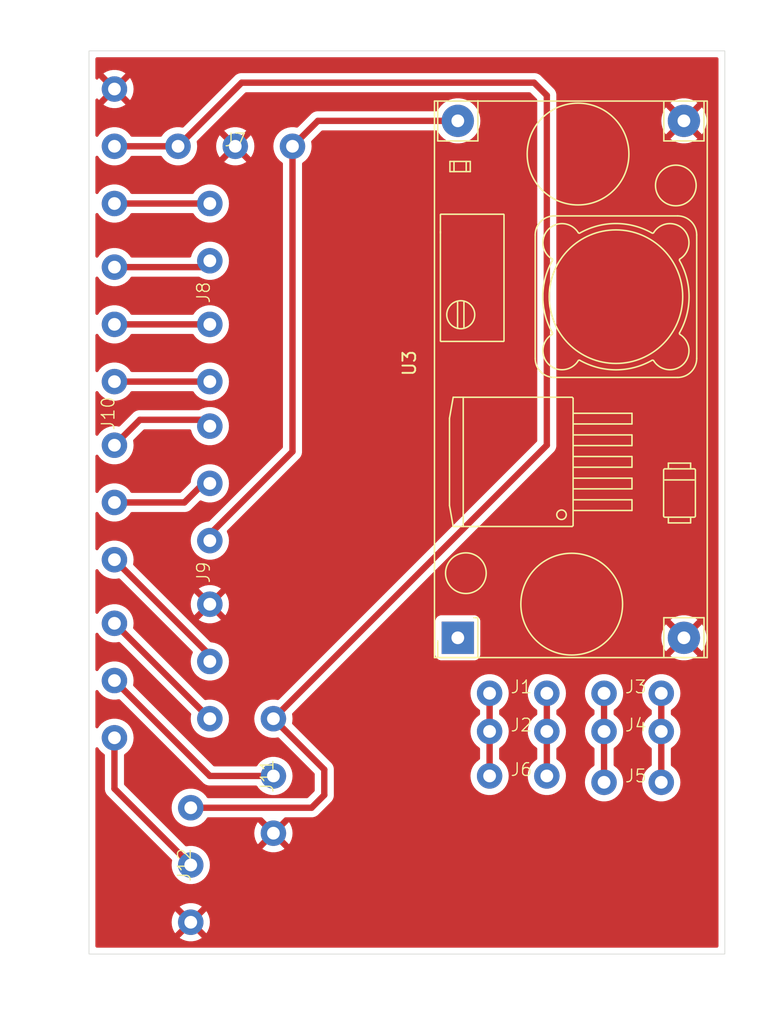
<source format=kicad_pcb>
(kicad_pcb (version 20240108) (generator "pcbnew") (generator_version "8.0")
  (layers (0 "F.Cu" signal) (31 "B.Cu" signal) (34 "B.Paste" user) (35 "F.Paste" user) (36 "B.SilkS" user "B.Silkscreen") (37 "F.SilkS" user "F.Silkscreen") (38 "B.Mask" user) (39 "F.Mask" user) (44 "Edge.Cuts" user))
  (net 0 "")
  (net 1 "Net-(J1-Pin_1)")
  (net 2 "Net-(J1-Pin_2)")
  (net 3 "Net-(J3-Pin_2)")
  (net 4 "Net-(J3-Pin_1)")
  (net 5 "+6.5V")
  (net 6 "+5V")
  (net 7 "GND")
  (net 8 "IN4")
  (net 9 "IN2")
  (net 10 "IN1")
  (net 11 "IN3")
  (net 12 "BB")
  (net 13 "AA")
  (net 14 "AB")
  (net 15 "BA")
  (net 16 "LED1")
  (net 17 "LED2")
  (net 18 "VCC")
  (footprint "JST:JST 1x3" (layer "F.Cu") (at 26.5 68 90)
    (property "Reference" "J11" (at 0 -0.5 90) (layer "F.SilkS") (effects (font (thickness 0.1))))
    (property "Value" "Conn_01x03")
    (pad "1" thru_hole circle (at -4.5 0 90) (size 2 2) (drill 1) (layers "*.Cu" "*.Mask") (net 7 "GND"))
    (pad "2" thru_hole circle (at 0 0 90) (size 2 2) (drill 1) (layers "*.Cu" "*.Mask" "Eco1.User") (net 16 "LED1"))
    (pad "3" thru_hole circle (at 4.5 0 90) (size 2 2) (drill 1) (layers "*.Cu" "*.Mask") (net 6 "+5V"))
  )
  (footprint "JST:JST 1x4" (layer "F.Cu") (at 21.5 30 90)
    (property "Reference" "J8" (at 0 -0.5 90) (layer "F.SilkS") (effects (font (thickness 0.1))))
    (property "Value" "Conn_01x04")
    (pad "1" thru_hole circle (at -7 0 90) (size 2 2) (drill 1) (layers "*.Cu" "*.Mask") (net 8 "IN4"))
    (pad "2" thru_hole circle (at -2.5 0 90) (size 2 2) (drill 1) (layers "*.Cu" "*.Mask") (net 11 "IN3"))
    (pad "3" thru_hole circle (at 2.5 0 90) (size 2 2) (drill 1) (layers "*.Cu" "*.Mask") (net 9 "IN2"))
    (pad "4" thru_hole circle (at 7 0 90) (size 2 2) (drill 1) (layers "*.Cu" "*.Mask") (net 10 "IN1"))
  )
  (footprint "JST:JST 1x2" (layer "F.Cu") (at 46 61.5)
    (property "Reference" "J1" (at 0 -0.5 0) (layer "F.SilkS") (effects (font (thickness 0.1))))
    (property "Value" "L1")
    (pad "1" thru_hole circle (at -2.5 0) (size 2 2) (drill 1) (layers "*.Cu" "*.Mask") (net 1 "Net-(J1-Pin_1)"))
    (pad "2" thru_hole circle (at 2 0) (size 2 2) (drill 1) (layers "*.Cu" "*.Mask") (net 2 "Net-(J1-Pin_2)"))
  )
  (footprint "lm2596:YAAJ_DCDC_StepDown_LM2596" (layer "F.Cu") (at 41 57.14 90)
    (property "Reference" "U3" (at 21.59 -3.81 90) (layer "F.SilkS"))
    (property "Value" "YAAJ_DCDC_StepDown_LM2596")
    (fp_line (start 42.195 -1.835) (end -1.555 -1.835) (stroke (width 0.12)) (layer "F.SilkS"))
    (fp_line (start -1.555 -1.835) (end -1.555 19.615) (stroke (width 0.12)) (layer "F.SilkS"))
    (fp_line (start 39.06 -1.58) (end 42.175 -1.58) (stroke (width 0.12)) (layer "F.SilkS"))
    (fp_line (start -1.55 -1.58) (end -0.25 -1.58) (stroke (width 0.12)) (layer "F.SilkS"))
    (fp_line (start 31.942312 -1.368705) (end 31.908357 -1.368705) (stroke (width 0.12)) (layer "F.SilkS"))
    (fp_line (start 31.858978 -1.368705) (end 31.814106 -1.368705) (stroke (width 0.12)) (layer "F.SilkS"))
    (fp_line (start 23.349783 -1.367705) (end 33.249783 -1.367705) (stroke (width 0.12)) (layer "F.SilkS"))
    (fp_line (start 33.299783 -1.317705) (end 33.299783 3.582294) (stroke (width 0.12)) (layer "F.SilkS"))
    (fp_line (start 17.260233 -0.653329) (end 18.910233 -0.36239) (stroke (width 0.12)) (layer "F.SilkS"))
    (fp_line (start 10.400233 -0.653329) (end 17.260233 -0.653329) (stroke (width 0.12)) (layer "F.SilkS"))
    (fp_line (start 37.448681 -0.619704) (end 36.648681 -0.619704) (stroke (width 0.12)) (layer "F.SilkS"))
    (fp_line (start 37.448681 -0.619704) (end 37.448681 0.980295) (stroke (width 0.12)) (layer "F.SilkS"))
    (fp_line (start 8.750233 -0.36239) (end 10.400233 -0.653329) (stroke (width 0.12)) (layer "F.SilkS"))
    (fp_line (start 36.648681 -0.299704) (end 37.448681 -0.299704) (stroke (width 0.12)) (layer "F.SilkS"))
    (fp_line (start 24.336385 -0.0491) (end 24.360553 -0.017705) (stroke (width 0.12)) (layer "F.SilkS"))
    (fp_line (start 26.439014 -0.017705) (end 24.360553 -0.017705) (stroke (width 0.12)) (layer "F.SilkS"))
    (fp_line (start 24.348594 0.007294) (end 24.355764 -0.023925) (stroke (width 0.12)) (layer "F.SilkS"))
    (fp_line (start 24.348594 0.007294) (end 24.360553 -0.017705) (stroke (width 0.12)) (layer "F.SilkS"))
    (fp_line (start 24.348594 0.007294) (end 24.324147 0.002062) (stroke (width 0.12)) (layer "F.SilkS"))
    (fp_line (start 18.910233 0.42667) (end 8.750233 0.42667) (stroke (width 0.12)) (layer "F.SilkS"))
    (fp_line (start 24.360553 0.482294) (end 26.439014 0.482294) (stroke (width 0.12)) (layer "F.SilkS"))
    (fp_line (start 37.448681 0.660295) (end 36.648681 0.660295) (stroke (width 0.12)) (layer "F.SilkS"))
    (fp_line (start 37.448681 0.980295) (end 36.648681 0.980295) (stroke (width 0.12)) (layer "F.SilkS"))
    (fp_line (start 36.648681 0.980295) (end 36.648681 -0.619704) (stroke (width 0.12)) (layer "F.SilkS"))
    (fp_line (start 8.749233 1.004149) (end 8.749233 1.165687) (stroke (width 0.12)) (layer "F.SilkS"))
    (fp_line (start 1.58 1.27) (end 1.58 1.58) (stroke (width 0.12)) (layer "F.SilkS"))
    (fp_line (start -1.55 1.575) (end 1.58 1.58) (stroke (width 0.12)) (layer "F.SilkS"))
    (fp_line (start 39.06 1.58) (end 39.06 -1.58) (stroke (width 0.12)) (layer "F.SilkS"))
    (fp_line (start 39.06 1.58) (end 42.22 1.58) (stroke (width 0.12)) (layer "F.SilkS"))
    (fp_line (start 23.299783 3.582294) (end 23.299783 -1.317705) (stroke (width 0.12)) (layer "F.SilkS"))
    (fp_line (start 33.249783 3.632294) (end 23.349783 3.632294) (stroke (width 0.12)) (layer "F.SilkS"))
    (fp_line (start 31.667397 6.085796) (end 21.967397 6.085796) (stroke (width 0.12)) (layer "F.SilkS"))
    (fp_line (start 20.467397 7.585796) (end 20.467397 17.285796) (stroke (width 0.12)) (layer "F.SilkS"))
    (fp_line (start 18.910233 8.989106) (end 18.910233 -0.36239) (stroke (width 0.12)) (layer "F.SilkS"))
    (fp_line (start 8.750233 8.989106) (end 8.750233 -0.36239) (stroke (width 0.12)) (layer "F.SilkS"))
    (fp_line (start 8.750233 8.989106) (end 8.827797 9.06667) (stroke (width 0.12)) (layer "F.SilkS"))
    (fp_line (start 18.83267 9.06667) (end 18.910233 8.989106) (stroke (width 0.12)) (layer "F.SilkS"))
    (fp_line (start 8.827797 9.06667) (end 18.83267 9.06667) (stroke (width 0.12)) (layer "F.SilkS"))
    (fp_line (start 17.650233 13.69667) (end 17.650233 9.06667) (stroke (width 0.12)) (layer "F.SilkS"))
    (fp_line (start 16.810233 13.69667) (end 16.810233 9.06667) (stroke (width 0.12)) (layer "F.SilkS"))
    (fp_line (start 16.810233 13.69667) (end 17.650233 13.69667) (stroke (width 0.12)) (layer "F.SilkS"))
    (fp_line (start 15.950233 13.69667) (end 15.950233 9.06667) (stroke (width 0.12)) (layer "F.SilkS"))
    (fp_line (start 15.110233 13.69667) (end 15.110233 9.06667) (stroke (width 0.12)) (layer "F.SilkS"))
    (fp_line (start 15.110233 13.69667) (end 15.950233 13.69667) (stroke (width 0.12)) (layer "F.SilkS"))
    (fp_line (start 14.250233 13.69667) (end 14.250233 9.06667) (stroke (width 0.12)) (layer "F.SilkS"))
    (fp_line (start 13.410233 13.69667) (end 13.410233 9.06667) (stroke (width 0.12)) (layer "F.SilkS"))
    (fp_line (start 13.410233 13.69667) (end 14.250233 13.69667) (stroke (width 0.12)) (layer "F.SilkS"))
    (fp_line (start 12.550233 13.69667) (end 12.550233 9.06667) (stroke (width 0.12)) (layer "F.SilkS"))
    (fp_line (start 11.710233 13.69667) (end 11.710233 9.06667) (stroke (width 0.12)) (layer "F.SilkS"))
    (fp_line (start 11.710233 13.69667) (end 12.550233 13.69667) (stroke (width 0.12)) (layer "F.SilkS"))
    (fp_line (start 10.850233 13.69667) (end 10.850233 9.06667) (stroke (width 0.12)) (layer "F.SilkS"))
    (fp_line (start 10.010233 13.69667) (end 10.010233 9.06667) (stroke (width 0.12)) (layer "F.SilkS"))
    (fp_line (start 10.010233 13.69667) (end 10.850233 13.69667) (stroke (width 0.12)) (layer "F.SilkS"))
    (fp_line (start 9.581636 16.183217) (end 13.181636 16.183217) (stroke (width 0.12)) (layer "F.SilkS"))
    (fp_line (start 39.06 16.2) (end 42.175 16.2) (stroke (width 0.12)) (layer "F.SilkS"))
    (fp_line (start 1.58 16.2) (end 1.58 19.36) (stroke (width 0.12)) (layer "F.SilkS"))
    (fp_line (start -1.55 16.2) (end 1.58 16.2) (stroke (width 0.12)) (layer "F.SilkS"))
    (fp_line (start 13.281636 16.283217) (end 13.281636 18.583217) (stroke (width 0.12)) (layer "F.SilkS"))
    (fp_line (start 12.411358 16.283217) (end 12.411358 18.583217) (stroke (width 0.12)) (layer "F.SilkS"))
    (fp_line (start 13.731636 16.558217) (end 13.731636 18.308217) (stroke (width 0.12)) (layer "F.SilkS"))
    (fp_line (start 13.281636 16.558217) (end 13.731636 16.558217) (stroke (width 0.12)) (layer "F.SilkS"))
    (fp_line (start 9.031636 16.558217) (end 9.481636 16.558217) (stroke (width 0.12)) (layer "F.SilkS"))
    (fp_line (start 13.282636 16.794696) (end 13.282636 16.700144) (stroke (width 0.12)) (layer "F.SilkS"))
    (fp_line (start 33.167397 17.285796) (end 33.167397 7.585796) (stroke (width 0.12)) (layer "F.SilkS"))
    (fp_line (start 13.731636 18.308217) (end 13.281636 18.308217) (stroke (width 0.12)) (layer "F.SilkS"))
    (fp_line (start 9.481636 18.308217) (end 9.031636 18.308217) (stroke (width 0.12)) (layer "F.SilkS"))
    (fp_line (start 9.031636 18.308217) (end 9.031636 16.558217) (stroke (width 0.12)) (layer "F.SilkS"))
    (fp_line (start 9.481636 18.583217) (end 9.481636 16.283217) (stroke (width 0.12)) (layer "F.SilkS"))
    (fp_line (start 13.181636 18.683217) (end 9.581636 18.683217) (stroke (width 0.12)) (layer "F.SilkS"))
    (fp_line (start 21.967397 18.785796) (end 31.667397 18.785796) (stroke (width 0.12)) (layer "F.SilkS"))
    (fp_line (start 39.06 19.36) (end 39.06 16.2) (stroke (width 0.12)) (layer "F.SilkS"))
    (fp_line (start 39.06 19.36) (end 42.175 19.36) (stroke (width 0.12)) (layer "F.SilkS"))
    (fp_line (start -1.55 19.36) (end 1.58 19.36) (stroke (width 0.12)) (layer "F.SilkS"))
    (fp_line (start 42.195 19.615) (end 42.195 -1.835) (stroke (width 0.12)) (layer "F.SilkS"))
    (fp_line (start -1.555 19.615) (end 42.195 19.615) (stroke (width 0.12)) (layer "F.SilkS"))
    (fp_arc (start 33.249783 -1.367705) (mid 33.285151 -1.353067) (end 33.299783 -1.317705) (stroke (width 0.12)) (layer "F.SilkS"))
    (fp_arc (start 23.299783 -1.317705) (mid 23.314428 -1.353063) (end 23.349783 -1.367705) (stroke (width 0.12)) (layer "F.SilkS"))
    (fp_arc (start 24.324148 0.462527) (mid 26.469639 -0.023582) (end 24.336385 0.51369) (stroke (width 0.12)) (layer "F.SilkS"))
    (fp_arc (start 33.299783 3.582294) (mid 33.285139 3.617647) (end 33.249783 3.632294) (stroke (width 0.12)) (layer "F.SilkS"))
    (fp_arc (start 23.349783 3.632294) (mid 23.314441 3.617643) (end 23.299783 3.582294) (stroke (width 0.12)) (layer "F.SilkS"))
    (fp_arc (start 31.667397 6.085796) (mid 32.728061 6.525135) (end 33.167397 7.585796) (stroke (width 0.12)) (layer "F.SilkS"))
    (fp_arc (start 29.787183 7.399531) (mid 29.726945 7.443551) (end 29.653011 7.433617) (stroke (width 0.12)) (layer "F.SilkS"))
    (fp_arc (start 29.787183 7.399531) (mid 32.120655 7.132547) (end 31.853662 9.466011) (stroke (width 0.12)) (layer "F.SilkS"))
    (fp_arc (start 23.981784 7.433617) (mid 26.817398 6.685796) (end 29.653011 7.433617) (stroke (width 0.12)) (layer "F.SilkS"))
    (fp_arc (start 23.981783 7.433617) (mid 23.907854 7.443509) (end 23.847611 7.399531) (stroke (width 0.12)) (layer "F.SilkS"))
    (fp_arc (start 20.467397 7.585796) (mid 20.906738 6.525137) (end 21.967397 6.085796) (stroke (width 0.12)) (layer "F.SilkS"))
    (fp_arc (start 21.781131 9.46601) (mid 21.8252 9.526245) (end 21.815218 9.600183) (stroke (width 0.12)) (layer "F.SilkS"))
    (fp_arc (start 21.781132 9.466011) (mid 21.514101 7.132501) (end 23.847611 7.399531) (stroke (width 0.12)) (layer "F.SilkS"))
    (fp_arc (start 31.819576 9.600183) (mid 32.567399 12.435797) (end 31.819576 15.27141) (stroke (width 0.12)) (layer "F.SilkS"))
    (fp_arc (start 31.819577 9.600184) (mid 31.809685 9.526255) (end 31.853662 9.466011) (stroke (width 0.12)) (layer "F.SilkS"))
    (fp_arc (start 21.815217 15.271409) (mid 21.825126 15.345337) (end 21.781132 15.405582) (stroke (width 0.12)) (layer "F.SilkS"))
    (fp_arc (start 21.815218 15.27141) (mid 21.067399 12.435797) (end 21.815218 9.600183) (stroke (width 0.12)) (layer "F.SilkS"))
    (fp_arc (start 31.853662 15.405582) (mid 32.120701 17.739101) (end 29.787183 17.472062) (stroke (width 0.12)) (layer "F.SilkS"))
    (fp_arc (start 31.853663 15.405583) (mid 31.809646 15.345344) (end 31.819576 15.27141) (stroke (width 0.12)) (layer "F.SilkS"))
    (fp_arc (start 13.181636 16.183217) (mid 13.252353 16.212514) (end 13.281636 16.283217) (stroke (width 0.12)) (layer "F.SilkS"))
    (fp_arc (start 9.481636 16.283217) (mid 9.510921 16.212508) (end 9.581636 16.183217) (stroke (width 0.12)) (layer "F.SilkS"))
    (fp_arc (start 33.167397 17.285796) (mid 32.728058 18.346458) (end 31.667397 18.785796) (stroke (width 0.12)) (layer "F.SilkS"))
    (fp_arc (start 29.653011 17.437976) (mid 26.817397 18.185797) (end 23.981783 17.437976) (stroke (width 0.12)) (layer "F.SilkS"))
    (fp_arc (start 29.653011 17.437976) (mid 29.726938 17.428069) (end 29.787183 17.472062) (stroke (width 0.12)) (layer "F.SilkS"))
    (fp_arc (start 23.847611 17.472062) (mid 21.514153 17.739048) (end 21.781132 15.405582) (stroke (width 0.12)) (layer "F.SilkS"))
    (fp_arc (start 23.847611 17.472062) (mid 23.907846 17.427997) (end 23.981783 17.437976) (stroke (width 0.12)) (layer "F.SilkS"))
    (fp_arc (start 13.281636 18.583217) (mid 13.252343 18.653929) (end 13.181636 18.683217) (stroke (width 0.12)) (layer "F.SilkS"))
    (fp_arc (start 9.581636 18.683217) (mid 9.510931 18.653935) (end 9.481636 18.583217) (stroke (width 0.12)) (layer "F.SilkS"))
    (fp_arc (start 21.967397 18.785796) (mid 20.90674 18.346455) (end 20.467397 17.285796) (stroke (width 0.12)) (layer "F.SilkS"))
    (fp_circle (center 5.08 0.635) (end 6.678999 0.635) (stroke (width 0.12)) (fill none) (layer "F.SilkS"))
    (fp_circle (center 9.673179 8.154594) (end 10.048179 8.154594) (stroke (width 0.12)) (fill none) (layer "F.SilkS"))
    (fp_circle (center 2.646666 8.957418) (end 6.646666 8.957418) (stroke (width 0.12)) (fill none) (layer "F.SilkS"))
    (fp_circle (center 38.029307 9.455206) (end 42.029307 9.455206) (stroke (width 0.12)) (fill none) (layer "F.SilkS"))
    (fp_circle (center 26.817397 12.435796) (end 32.067397 12.435796) (stroke (width 0.12)) (fill none) (layer "F.SilkS"))
    (fp_circle (center 35.56 17.145) (end 37.159 17.145) (stroke (width 0.12)) (fill none) (layer "F.SilkS"))
    (pad "1" thru_hole rect (at 0 0 90) (size 2.54 2.54) (drill 1) (layers "*.Cu" "*.Mask") (net 18 "VCC"))
    (pad "2" thru_hole circle (at 0 17.78 90) (size 2.54 2.54) (drill 1) (layers "*.Cu" "*.Mask") (net 7 "GND"))
    (pad "3" thru_hole circle (at 40.64 17.78 90) (size 2.54 2.54) (drill 1) (layers "*.Cu" "*.Mask") (net 7 "GND"))
    (pad "4" thru_hole circle (at 40.64 0 90) (size 2.54 2.54) (drill 1) (layers "*.Cu" "*.Mask") (net 5 "+6.5V"))
  )
  (footprint "JST:JST 1x3" (layer "F.Cu") (at 20 75 90)
    (property "Reference" "J12" (at 0 -0.5 90) (layer "F.SilkS") (effects (font (thickness 0.1))))
    (property "Value" "Conn_01x03")
    (pad "1" thru_hole circle (at -4.5 0 90) (size 2 2) (drill 1) (layers "*.Cu" "*.Mask") (net 7 "GND"))
    (pad "2" thru_hole circle (at 0 0 90) (size 2 2) (drill 1) (layers "*.Cu" "*.Mask" "Eco1.User") (net 17 "LED2"))
    (pad "3" thru_hole circle (at 4.5 0 90) (size 2 2) (drill 1) (layers "*.Cu" "*.Mask") (net 6 "+5V"))
  )
  (footprint "JST:JST 1x2" (layer "F.Cu") (at 46 68)
    (property "Reference" "J6" (at 0 -0.5 0) (layer "F.SilkS") (effects (font (thickness 0.1))))
    (property "Value" "L1+2")
    (pad "1" thru_hole circle (at -2.5 0) (size 2 2) (drill 1) (layers "*.Cu" "*.Mask") (net 1 "Net-(J1-Pin_1)"))
    (pad "2" thru_hole circle (at 2 0) (size 2 2) (drill 1) (layers "*.Cu" "*.Mask") (net 2 "Net-(J1-Pin_2)"))
  )
  (footprint "JST:JST 1x2" (layer "F.Cu") (at 55 61.5)
    (property "Reference" "J3" (at 0 -0.5 0) (layer "F.SilkS") (effects (font (thickness 0.1))))
    (property "Value" "R1")
    (pad "1" thru_hole circle (at -2.5 0) (size 2 2) (drill 1) (layers "*.Cu" "*.Mask") (net 4 "Net-(J3-Pin_1)"))
    (pad "2" thru_hole circle (at 2 0) (size 2 2) (drill 1) (layers "*.Cu" "*.Mask") (net 3 "Net-(J3-Pin_2)"))
  )
  (footprint "JST:JST 1x2" (layer "F.Cu") (at 55 64.5)
    (property "Reference" "J4" (at 0 -0.5 0) (layer "F.SilkS") (effects (font (thickness 0.1))))
    (property "Value" "R2")
    (pad "1" thru_hole circle (at -2.5 0) (size 2 2) (drill 1) (layers "*.Cu" "*.Mask") (net 4 "Net-(J3-Pin_1)"))
    (pad "2" thru_hole circle (at 2 0) (size 2 2) (drill 1) (layers "*.Cu" "*.Mask") (net 3 "Net-(J3-Pin_2)"))
  )
  (footprint "JST:JST 1x12" (layer "F.Cu") (at 14 39.5 90)
    (property "Reference" "J10" (at 0 -0.5 90) (layer "F.SilkS") (effects (font (thickness 0.1))))
    (property "Value" "Conn_01x12")
    (pad "1" thru_hole circle (at -25.5 0 90) (size 2 2) (drill 1) (layers "*.Cu" "*.Mask") (net 17 "LED2"))
    (pad "2" thru_hole circle (at -21 0 90) (size 2 2) (drill 1) (layers "*.Cu" "*.Mask") (net 16 "LED1"))
    (pad "3" thru_hole circle (at -16.5 0 90) (size 2 2) (drill 1) (layers "*.Cu" "*.Mask") (net 15 "BA"))
    (pad "4" thru_hole circle (at -11.5 0 90) (size 2 2) (drill 1) (layers "*.Cu" "*.Mask") (net 12 "BB"))
    (pad "5" thru_hole circle (at -7 0 90) (size 2 2) (drill 1) (layers "*.Cu" "*.Mask") (net 13 "AA"))
    (pad "6" thru_hole circle (at -2.5 0 90) (size 2 2) (drill 1) (layers "*.Cu" "*.Mask") (net 14 "AB"))
    (pad "7" thru_hole circle (at 2.5 0 270) (size 2 2) (drill 1) (layers "*.Cu" "*.Mask") (net 8 "IN4"))
    (pad "8" thru_hole circle (at 7 0 270) (size 2 2) (drill 1) (layers "*.Cu" "*.Mask") (net 11 "IN3"))
    (pad "9" thru_hole circle (at 11.5 0 270) (size 2 2) (drill 1) (layers "*.Cu" "*.Mask") (net 9 "IN2"))
    (pad "10" thru_hole circle (at 16.5 0 270) (size 2 2) (drill 1) (layers "*.Cu" "*.Mask") (net 10 "IN1"))
    (pad "11" thru_hole circle (at 21 0 270) (size 2 2) (drill 1) (layers "*.Cu" "*.Mask") (net 6 "+5V"))
    (pad "12" thru_hole circle (at 25.5 0 270) (size 2 2) (drill 1) (layers "*.Cu" "*.Mask") (net 7 "GND"))
  )
  (footprint "JST:JST 1x2" (layer "F.Cu") (at 55 68.5)
    (property "Reference" "J5" (at 0 -0.5 0) (layer "F.SilkS") (effects (font (thickness 0.1))))
    (property "Value" "R1+2")
    (pad "1" thru_hole circle (at -2.5 0) (size 2 2) (drill 1) (layers "*.Cu" "*.Mask") (net 4 "Net-(J3-Pin_1)"))
    (pad "2" thru_hole circle (at 2 0) (size 2 2) (drill 1) (layers "*.Cu" "*.Mask") (net 3 "Net-(J3-Pin_2)"))
  )
  (footprint "JST:JST 1x3" (layer "F.Cu") (at 23.5 18.5)
    (property "Reference" "J7" (at 0 -0.5 0) (layer "F.SilkS") (effects (font (thickness 0.1))))
    (property "Value" "Conn_01x03")
    (pad "1" thru_hole circle (at -4.5 0) (size 2 2) (drill 1) (layers "*.Cu" "*.Mask") (net 6 "+5V"))
    (pad "2" thru_hole circle (at 0 0) (size 2 2) (drill 1) (layers "*.Cu" "*.Mask" "Eco1.User") (net 7 "GND"))
    (pad "3" thru_hole circle (at 4.5 0) (size 2 2) (drill 1) (layers "*.Cu" "*.Mask") (net 5 "+6.5V"))
  )
  (footprint "JST:JST 1x6" (layer "F.Cu") (at 21.5 52 90)
    (property "Reference" "J9" (at 0 -0.5 90) (layer "F.SilkS") (effects (font (thickness 0.1))))
    (property "Value" "Conn_01x06")
    (pad "1" thru_hole circle (at -11.5 0 90) (size 2 2) (drill 1) (layers "*.Cu" "*.Mask") (net 15 "BA"))
    (pad "2" thru_hole circle (at -7 0 90) (size 2 2) (drill 1) (layers "*.Cu" "*.Mask") (net 12 "BB"))
    (pad "3" thru_hole circle (at -2.5 0 90) (size 2 2) (drill 1) (layers "*.Cu" "*.Mask") (net 7 "GND"))
    (pad "4" thru_hole circle (at 2.5 0 90) (size 2 2) (drill 1) (layers "*.Cu" "*.Mask") (net 5 "+6.5V"))
    (pad "5" thru_hole circle (at 7 0 90) (size 2 2) (drill 1) (layers "*.Cu" "*.Mask") (net 13 "AA"))
    (pad "6" thru_hole circle (at 11.5 0 90) (size 2 2) (drill 1) (layers "*.Cu" "*.Mask") (net 14 "AB"))
  )
  (footprint "JST:JST 1x2" (layer "F.Cu") (at 46 64.5)
    (property "Reference" "J2" (at 0 -0.5 0) (layer "F.SilkS") (effects (font (thickness 0.1))))
    (property "Value" "L2")
    (pad "1" thru_hole circle (at -2.5 0) (size 2 2) (drill 1) (layers "*.Cu" "*.Mask") (net 1 "Net-(J1-Pin_1)"))
    (pad "2" thru_hole circle (at 2 0) (size 2 2) (drill 1) (layers "*.Cu" "*.Mask") (net 2 "Net-(J1-Pin_2)"))
  )
  (gr_rect (start 12 11) (end 62 82) (stroke (width 0.05)) (fill none) (layer "Edge.Cuts"))
  (segment (start 43.5 61.5) (end 43.5 68) (width 0.5) (layer "F.Cu") (net 1))
  (segment (start 48 61.5) (end 48 68) (width 0.5) (layer "F.Cu") (net 2))
  (segment (start 57 61.5) (end 57 68.5) (width 0.5) (layer "F.Cu") (net 3))
  (segment (start 52.5 61.5) (end 52.5 68.5) (width 0.5) (layer "F.Cu") (net 4))
  (segment (start 28 42.5) (end 21.5 49) (width 0.5) (layer "F.Cu") (net 5))
  (segment (start 28 18.5) (end 30 16.5) (width 0.5) (layer "F.Cu") (net 5))
  (segment (start 30 16.5) (end 41 16.5) (width 0.5) (layer "F.Cu") (net 5))
  (segment (start 28 18.5) (end 28 42.5) (width 0.5) (layer "F.Cu") (net 5))
  (segment (start 26.5 63.5) (end 48 42) (width 0.5) (layer "F.Cu") (net 6))
  (segment (start 14 18.5) (end 19 18.5) (width 0.5) (layer "F.Cu") (net 6))
  (segment (start 47 13.5) (end 24 13.5) (width 0.5) (layer "F.Cu") (net 6))
  (segment (start 24 13.5) (end 19 18.5) (width 0.5) (layer "F.Cu") (net 6))
  (segment (start 48 42) (end 48 14.5) (width 0.5) (layer "F.Cu") (net 6))
  (segment (start 30.5 67.5) (end 30.5 69.5) (width 0.5) (layer "F.Cu") (net 6))
  (segment (start 30.5 69.5) (end 29.5 70.5) (width 0.5) (layer "F.Cu") (net 6))
  (segment (start 29.5 70.5) (end 20 70.5) (width 0.5) (layer "F.Cu") (net 6))
  (segment (start 26.5 63.5) (end 30.5 67.5) (width 0.5) (layer "F.Cu") (net 6))
  (segment (start 48 14.5) (end 47 13.5) (width 0.5) (layer "F.Cu") (net 6))
  (segment (start 14 37) (end 21.5 37) (width 0.5) (layer "F.Cu") (net 8))
  (segment (start 14 28) (end 21 28) (width 0.5) (layer "F.Cu") (net 9))
  (segment (start 14 23) (end 21.5 23) (width 0.5) (layer "F.Cu") (net 10))
  (segment (start 14 32.5) (end 21.5 32.5) (width 0.5) (layer "F.Cu") (net 11))
  (segment (start 14 51) (end 21.5 58.5) (width 0.5) (layer "F.Cu") (net 12))
  (segment (start 21.5 44.5) (end 19.5 46.5) (width 0.5) (layer "F.Cu") (net 13))
  (segment (start 19.5 46.5) (end 14 46.5) (width 0.5) (layer "F.Cu") (net 13))
  (segment (start 16 40) (end 21.5 40) (width 0.5) (layer "F.Cu") (net 14))
  (segment (start 14 42) (end 16 40) (width 0.5) (layer "F.Cu") (net 14))
  (segment (start 14 56) (end 21 63) (width 0.5) (layer "F.Cu") (net 15))
  (segment (start 14 60.5) (end 21.5 68) (width 0.5) (layer "F.Cu") (net 16))
  (segment (start 21.5 68) (end 26.5 68) (width 0.5) (layer "F.Cu") (net 16))
  (segment (start 14 65) (end 14 69) (width 0.5) (layer "F.Cu") (net 17))
  (segment (start 14 69) (end 20 75) (width 0.5) (layer "F.Cu") (net 17))
  (zone (net 7) (net_name "GND") (layer "F.Cu") (connect_pads (clearance 0.5)) (min_thickness 0.25) (fill yes (thermal_gap 0.5) (thermal_bridge_width 0.5))
    (polygon (pts (xy 66.5 86) (xy 66.5 7.5) (xy 5 7) (xy 7.5 87.5)))
  )
)
</source>
